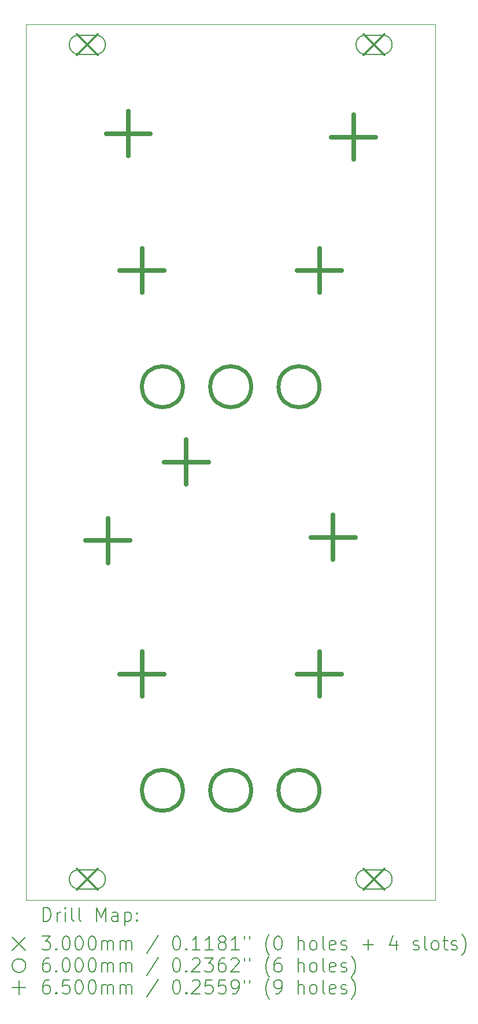
<source format=gbr>
%FSLAX45Y45*%
G04 Gerber Fmt 4.5, Leading zero omitted, Abs format (unit mm)*
G04 Created by KiCad (PCBNEW (6.0.1)) date 2022-09-13 09:45:55*
%MOMM*%
%LPD*%
G01*
G04 APERTURE LIST*
%TA.AperFunction,Profile*%
%ADD10C,0.050000*%
%TD*%
%ADD11C,0.200000*%
%ADD12C,0.300000*%
%ADD13C,0.600000*%
%ADD14C,0.650000*%
G04 APERTURE END LIST*
D10*
X23700000Y-2750000D02*
X23700000Y-15550000D01*
X17700000Y-15550000D02*
X17700000Y-15100000D01*
X17700000Y-2750000D02*
X17700000Y-15100000D01*
X23700000Y-15550000D02*
X17700000Y-15550000D01*
X17700000Y-2750000D02*
X23700000Y-2750000D01*
D11*
D12*
X18450000Y-2900000D02*
X18750000Y-3200000D01*
X18750000Y-2900000D02*
X18450000Y-3200000D01*
D11*
X18475000Y-3190000D02*
X18725000Y-3190000D01*
X18475000Y-2910000D02*
X18725000Y-2910000D01*
X18725000Y-3190000D02*
G75*
G03*
X18725000Y-2910000I0J140000D01*
G01*
X18475000Y-2910000D02*
G75*
G03*
X18475000Y-3190000I0J-140000D01*
G01*
D12*
X18450000Y-15100000D02*
X18750000Y-15400000D01*
X18750000Y-15100000D02*
X18450000Y-15400000D01*
D11*
X18475000Y-15390000D02*
X18725000Y-15390000D01*
X18475000Y-15110000D02*
X18725000Y-15110000D01*
X18725000Y-15390000D02*
G75*
G03*
X18725000Y-15110000I0J140000D01*
G01*
X18475000Y-15110000D02*
G75*
G03*
X18475000Y-15390000I0J-140000D01*
G01*
D12*
X22650000Y-2900000D02*
X22950000Y-3200000D01*
X22950000Y-2900000D02*
X22650000Y-3200000D01*
D11*
X22675000Y-3190000D02*
X22925000Y-3190000D01*
X22675000Y-2910000D02*
X22925000Y-2910000D01*
X22925000Y-3190000D02*
G75*
G03*
X22925000Y-2910000I0J140000D01*
G01*
X22675000Y-2910000D02*
G75*
G03*
X22675000Y-3190000I0J-140000D01*
G01*
D12*
X22650000Y-15100000D02*
X22950000Y-15400000D01*
X22950000Y-15100000D02*
X22650000Y-15400000D01*
D11*
X22675000Y-15390000D02*
X22925000Y-15390000D01*
X22675000Y-15110000D02*
X22925000Y-15110000D01*
X22925000Y-15390000D02*
G75*
G03*
X22925000Y-15110000I0J140000D01*
G01*
X22675000Y-15110000D02*
G75*
G03*
X22675000Y-15390000I0J-140000D01*
G01*
D13*
X20000000Y-8050000D02*
G75*
G03*
X20000000Y-8050000I-300000J0D01*
G01*
X20000000Y-13950000D02*
G75*
G03*
X20000000Y-13950000I-300000J0D01*
G01*
X21000000Y-8050000D02*
G75*
G03*
X21000000Y-8050000I-300000J0D01*
G01*
X21000000Y-13950000D02*
G75*
G03*
X21000000Y-13950000I-300000J0D01*
G01*
X22000000Y-8050000D02*
G75*
G03*
X22000000Y-8050000I-300000J0D01*
G01*
X22000000Y-13950000D02*
G75*
G03*
X22000000Y-13950000I-300000J0D01*
G01*
D14*
X18900000Y-9975000D02*
X18900000Y-10625000D01*
X18575000Y-10300000D02*
X19225000Y-10300000D01*
X19200000Y-4025000D02*
X19200000Y-4675000D01*
X18875000Y-4350000D02*
X19525000Y-4350000D01*
X19400000Y-6025000D02*
X19400000Y-6675000D01*
X19075000Y-6350000D02*
X19725000Y-6350000D01*
X19400000Y-11925000D02*
X19400000Y-12575000D01*
X19075000Y-12250000D02*
X19725000Y-12250000D01*
X20050000Y-8825000D02*
X20050000Y-9475000D01*
X19725000Y-9150000D02*
X20375000Y-9150000D01*
X22000000Y-6025000D02*
X22000000Y-6675000D01*
X21675000Y-6350000D02*
X22325000Y-6350000D01*
X22000000Y-11925000D02*
X22000000Y-12575000D01*
X21675000Y-12250000D02*
X22325000Y-12250000D01*
X22200000Y-9925000D02*
X22200000Y-10575000D01*
X21875000Y-10250000D02*
X22525000Y-10250000D01*
X22500000Y-4075000D02*
X22500000Y-4725000D01*
X22175000Y-4400000D02*
X22825000Y-4400000D01*
D11*
X17955119Y-15862976D02*
X17955119Y-15662976D01*
X18002738Y-15662976D01*
X18031309Y-15672500D01*
X18050357Y-15691548D01*
X18059881Y-15710595D01*
X18069405Y-15748690D01*
X18069405Y-15777262D01*
X18059881Y-15815357D01*
X18050357Y-15834405D01*
X18031309Y-15853452D01*
X18002738Y-15862976D01*
X17955119Y-15862976D01*
X18155119Y-15862976D02*
X18155119Y-15729643D01*
X18155119Y-15767738D02*
X18164643Y-15748690D01*
X18174167Y-15739167D01*
X18193214Y-15729643D01*
X18212262Y-15729643D01*
X18278928Y-15862976D02*
X18278928Y-15729643D01*
X18278928Y-15662976D02*
X18269405Y-15672500D01*
X18278928Y-15682024D01*
X18288452Y-15672500D01*
X18278928Y-15662976D01*
X18278928Y-15682024D01*
X18402738Y-15862976D02*
X18383690Y-15853452D01*
X18374167Y-15834405D01*
X18374167Y-15662976D01*
X18507500Y-15862976D02*
X18488452Y-15853452D01*
X18478928Y-15834405D01*
X18478928Y-15662976D01*
X18736071Y-15862976D02*
X18736071Y-15662976D01*
X18802738Y-15805833D01*
X18869405Y-15662976D01*
X18869405Y-15862976D01*
X19050357Y-15862976D02*
X19050357Y-15758214D01*
X19040833Y-15739167D01*
X19021786Y-15729643D01*
X18983690Y-15729643D01*
X18964643Y-15739167D01*
X19050357Y-15853452D02*
X19031309Y-15862976D01*
X18983690Y-15862976D01*
X18964643Y-15853452D01*
X18955119Y-15834405D01*
X18955119Y-15815357D01*
X18964643Y-15796309D01*
X18983690Y-15786786D01*
X19031309Y-15786786D01*
X19050357Y-15777262D01*
X19145595Y-15729643D02*
X19145595Y-15929643D01*
X19145595Y-15739167D02*
X19164643Y-15729643D01*
X19202738Y-15729643D01*
X19221786Y-15739167D01*
X19231309Y-15748690D01*
X19240833Y-15767738D01*
X19240833Y-15824881D01*
X19231309Y-15843928D01*
X19221786Y-15853452D01*
X19202738Y-15862976D01*
X19164643Y-15862976D01*
X19145595Y-15853452D01*
X19326548Y-15843928D02*
X19336071Y-15853452D01*
X19326548Y-15862976D01*
X19317024Y-15853452D01*
X19326548Y-15843928D01*
X19326548Y-15862976D01*
X19326548Y-15739167D02*
X19336071Y-15748690D01*
X19326548Y-15758214D01*
X19317024Y-15748690D01*
X19326548Y-15739167D01*
X19326548Y-15758214D01*
X17497500Y-16092500D02*
X17697500Y-16292500D01*
X17697500Y-16092500D02*
X17497500Y-16292500D01*
X17936071Y-16082976D02*
X18059881Y-16082976D01*
X17993214Y-16159167D01*
X18021786Y-16159167D01*
X18040833Y-16168690D01*
X18050357Y-16178214D01*
X18059881Y-16197262D01*
X18059881Y-16244881D01*
X18050357Y-16263928D01*
X18040833Y-16273452D01*
X18021786Y-16282976D01*
X17964643Y-16282976D01*
X17945595Y-16273452D01*
X17936071Y-16263928D01*
X18145595Y-16263928D02*
X18155119Y-16273452D01*
X18145595Y-16282976D01*
X18136071Y-16273452D01*
X18145595Y-16263928D01*
X18145595Y-16282976D01*
X18278928Y-16082976D02*
X18297976Y-16082976D01*
X18317024Y-16092500D01*
X18326548Y-16102024D01*
X18336071Y-16121071D01*
X18345595Y-16159167D01*
X18345595Y-16206786D01*
X18336071Y-16244881D01*
X18326548Y-16263928D01*
X18317024Y-16273452D01*
X18297976Y-16282976D01*
X18278928Y-16282976D01*
X18259881Y-16273452D01*
X18250357Y-16263928D01*
X18240833Y-16244881D01*
X18231309Y-16206786D01*
X18231309Y-16159167D01*
X18240833Y-16121071D01*
X18250357Y-16102024D01*
X18259881Y-16092500D01*
X18278928Y-16082976D01*
X18469405Y-16082976D02*
X18488452Y-16082976D01*
X18507500Y-16092500D01*
X18517024Y-16102024D01*
X18526548Y-16121071D01*
X18536071Y-16159167D01*
X18536071Y-16206786D01*
X18526548Y-16244881D01*
X18517024Y-16263928D01*
X18507500Y-16273452D01*
X18488452Y-16282976D01*
X18469405Y-16282976D01*
X18450357Y-16273452D01*
X18440833Y-16263928D01*
X18431309Y-16244881D01*
X18421786Y-16206786D01*
X18421786Y-16159167D01*
X18431309Y-16121071D01*
X18440833Y-16102024D01*
X18450357Y-16092500D01*
X18469405Y-16082976D01*
X18659881Y-16082976D02*
X18678928Y-16082976D01*
X18697976Y-16092500D01*
X18707500Y-16102024D01*
X18717024Y-16121071D01*
X18726548Y-16159167D01*
X18726548Y-16206786D01*
X18717024Y-16244881D01*
X18707500Y-16263928D01*
X18697976Y-16273452D01*
X18678928Y-16282976D01*
X18659881Y-16282976D01*
X18640833Y-16273452D01*
X18631309Y-16263928D01*
X18621786Y-16244881D01*
X18612262Y-16206786D01*
X18612262Y-16159167D01*
X18621786Y-16121071D01*
X18631309Y-16102024D01*
X18640833Y-16092500D01*
X18659881Y-16082976D01*
X18812262Y-16282976D02*
X18812262Y-16149643D01*
X18812262Y-16168690D02*
X18821786Y-16159167D01*
X18840833Y-16149643D01*
X18869405Y-16149643D01*
X18888452Y-16159167D01*
X18897976Y-16178214D01*
X18897976Y-16282976D01*
X18897976Y-16178214D02*
X18907500Y-16159167D01*
X18926548Y-16149643D01*
X18955119Y-16149643D01*
X18974167Y-16159167D01*
X18983690Y-16178214D01*
X18983690Y-16282976D01*
X19078928Y-16282976D02*
X19078928Y-16149643D01*
X19078928Y-16168690D02*
X19088452Y-16159167D01*
X19107500Y-16149643D01*
X19136071Y-16149643D01*
X19155119Y-16159167D01*
X19164643Y-16178214D01*
X19164643Y-16282976D01*
X19164643Y-16178214D02*
X19174167Y-16159167D01*
X19193214Y-16149643D01*
X19221786Y-16149643D01*
X19240833Y-16159167D01*
X19250357Y-16178214D01*
X19250357Y-16282976D01*
X19640833Y-16073452D02*
X19469405Y-16330595D01*
X19897976Y-16082976D02*
X19917024Y-16082976D01*
X19936071Y-16092500D01*
X19945595Y-16102024D01*
X19955119Y-16121071D01*
X19964643Y-16159167D01*
X19964643Y-16206786D01*
X19955119Y-16244881D01*
X19945595Y-16263928D01*
X19936071Y-16273452D01*
X19917024Y-16282976D01*
X19897976Y-16282976D01*
X19878928Y-16273452D01*
X19869405Y-16263928D01*
X19859881Y-16244881D01*
X19850357Y-16206786D01*
X19850357Y-16159167D01*
X19859881Y-16121071D01*
X19869405Y-16102024D01*
X19878928Y-16092500D01*
X19897976Y-16082976D01*
X20050357Y-16263928D02*
X20059881Y-16273452D01*
X20050357Y-16282976D01*
X20040833Y-16273452D01*
X20050357Y-16263928D01*
X20050357Y-16282976D01*
X20250357Y-16282976D02*
X20136071Y-16282976D01*
X20193214Y-16282976D02*
X20193214Y-16082976D01*
X20174167Y-16111548D01*
X20155119Y-16130595D01*
X20136071Y-16140119D01*
X20440833Y-16282976D02*
X20326548Y-16282976D01*
X20383690Y-16282976D02*
X20383690Y-16082976D01*
X20364643Y-16111548D01*
X20345595Y-16130595D01*
X20326548Y-16140119D01*
X20555119Y-16168690D02*
X20536071Y-16159167D01*
X20526548Y-16149643D01*
X20517024Y-16130595D01*
X20517024Y-16121071D01*
X20526548Y-16102024D01*
X20536071Y-16092500D01*
X20555119Y-16082976D01*
X20593214Y-16082976D01*
X20612262Y-16092500D01*
X20621786Y-16102024D01*
X20631309Y-16121071D01*
X20631309Y-16130595D01*
X20621786Y-16149643D01*
X20612262Y-16159167D01*
X20593214Y-16168690D01*
X20555119Y-16168690D01*
X20536071Y-16178214D01*
X20526548Y-16187738D01*
X20517024Y-16206786D01*
X20517024Y-16244881D01*
X20526548Y-16263928D01*
X20536071Y-16273452D01*
X20555119Y-16282976D01*
X20593214Y-16282976D01*
X20612262Y-16273452D01*
X20621786Y-16263928D01*
X20631309Y-16244881D01*
X20631309Y-16206786D01*
X20621786Y-16187738D01*
X20612262Y-16178214D01*
X20593214Y-16168690D01*
X20821786Y-16282976D02*
X20707500Y-16282976D01*
X20764643Y-16282976D02*
X20764643Y-16082976D01*
X20745595Y-16111548D01*
X20726548Y-16130595D01*
X20707500Y-16140119D01*
X20897976Y-16082976D02*
X20897976Y-16121071D01*
X20974167Y-16082976D02*
X20974167Y-16121071D01*
X21269405Y-16359167D02*
X21259881Y-16349643D01*
X21240833Y-16321071D01*
X21231309Y-16302024D01*
X21221786Y-16273452D01*
X21212262Y-16225833D01*
X21212262Y-16187738D01*
X21221786Y-16140119D01*
X21231309Y-16111548D01*
X21240833Y-16092500D01*
X21259881Y-16063928D01*
X21269405Y-16054405D01*
X21383690Y-16082976D02*
X21402738Y-16082976D01*
X21421786Y-16092500D01*
X21431309Y-16102024D01*
X21440833Y-16121071D01*
X21450357Y-16159167D01*
X21450357Y-16206786D01*
X21440833Y-16244881D01*
X21431309Y-16263928D01*
X21421786Y-16273452D01*
X21402738Y-16282976D01*
X21383690Y-16282976D01*
X21364643Y-16273452D01*
X21355119Y-16263928D01*
X21345595Y-16244881D01*
X21336071Y-16206786D01*
X21336071Y-16159167D01*
X21345595Y-16121071D01*
X21355119Y-16102024D01*
X21364643Y-16092500D01*
X21383690Y-16082976D01*
X21688452Y-16282976D02*
X21688452Y-16082976D01*
X21774167Y-16282976D02*
X21774167Y-16178214D01*
X21764643Y-16159167D01*
X21745595Y-16149643D01*
X21717024Y-16149643D01*
X21697976Y-16159167D01*
X21688452Y-16168690D01*
X21897976Y-16282976D02*
X21878928Y-16273452D01*
X21869405Y-16263928D01*
X21859881Y-16244881D01*
X21859881Y-16187738D01*
X21869405Y-16168690D01*
X21878928Y-16159167D01*
X21897976Y-16149643D01*
X21926548Y-16149643D01*
X21945595Y-16159167D01*
X21955119Y-16168690D01*
X21964643Y-16187738D01*
X21964643Y-16244881D01*
X21955119Y-16263928D01*
X21945595Y-16273452D01*
X21926548Y-16282976D01*
X21897976Y-16282976D01*
X22078928Y-16282976D02*
X22059881Y-16273452D01*
X22050357Y-16254405D01*
X22050357Y-16082976D01*
X22231309Y-16273452D02*
X22212262Y-16282976D01*
X22174167Y-16282976D01*
X22155119Y-16273452D01*
X22145595Y-16254405D01*
X22145595Y-16178214D01*
X22155119Y-16159167D01*
X22174167Y-16149643D01*
X22212262Y-16149643D01*
X22231309Y-16159167D01*
X22240833Y-16178214D01*
X22240833Y-16197262D01*
X22145595Y-16216309D01*
X22317024Y-16273452D02*
X22336071Y-16282976D01*
X22374166Y-16282976D01*
X22393214Y-16273452D01*
X22402738Y-16254405D01*
X22402738Y-16244881D01*
X22393214Y-16225833D01*
X22374166Y-16216309D01*
X22345595Y-16216309D01*
X22326548Y-16206786D01*
X22317024Y-16187738D01*
X22317024Y-16178214D01*
X22326548Y-16159167D01*
X22345595Y-16149643D01*
X22374166Y-16149643D01*
X22393214Y-16159167D01*
X22640833Y-16206786D02*
X22793214Y-16206786D01*
X22717024Y-16282976D02*
X22717024Y-16130595D01*
X23126547Y-16149643D02*
X23126547Y-16282976D01*
X23078928Y-16073452D02*
X23031309Y-16216309D01*
X23155119Y-16216309D01*
X23374166Y-16273452D02*
X23393214Y-16282976D01*
X23431309Y-16282976D01*
X23450357Y-16273452D01*
X23459881Y-16254405D01*
X23459881Y-16244881D01*
X23450357Y-16225833D01*
X23431309Y-16216309D01*
X23402738Y-16216309D01*
X23383690Y-16206786D01*
X23374166Y-16187738D01*
X23374166Y-16178214D01*
X23383690Y-16159167D01*
X23402738Y-16149643D01*
X23431309Y-16149643D01*
X23450357Y-16159167D01*
X23574166Y-16282976D02*
X23555119Y-16273452D01*
X23545595Y-16254405D01*
X23545595Y-16082976D01*
X23678928Y-16282976D02*
X23659881Y-16273452D01*
X23650357Y-16263928D01*
X23640833Y-16244881D01*
X23640833Y-16187738D01*
X23650357Y-16168690D01*
X23659881Y-16159167D01*
X23678928Y-16149643D01*
X23707500Y-16149643D01*
X23726547Y-16159167D01*
X23736071Y-16168690D01*
X23745595Y-16187738D01*
X23745595Y-16244881D01*
X23736071Y-16263928D01*
X23726547Y-16273452D01*
X23707500Y-16282976D01*
X23678928Y-16282976D01*
X23802738Y-16149643D02*
X23878928Y-16149643D01*
X23831309Y-16082976D02*
X23831309Y-16254405D01*
X23840833Y-16273452D01*
X23859881Y-16282976D01*
X23878928Y-16282976D01*
X23936071Y-16273452D02*
X23955119Y-16282976D01*
X23993214Y-16282976D01*
X24012262Y-16273452D01*
X24021786Y-16254405D01*
X24021786Y-16244881D01*
X24012262Y-16225833D01*
X23993214Y-16216309D01*
X23964643Y-16216309D01*
X23945595Y-16206786D01*
X23936071Y-16187738D01*
X23936071Y-16178214D01*
X23945595Y-16159167D01*
X23964643Y-16149643D01*
X23993214Y-16149643D01*
X24012262Y-16159167D01*
X24088452Y-16359167D02*
X24097976Y-16349643D01*
X24117024Y-16321071D01*
X24126547Y-16302024D01*
X24136071Y-16273452D01*
X24145595Y-16225833D01*
X24145595Y-16187738D01*
X24136071Y-16140119D01*
X24126547Y-16111548D01*
X24117024Y-16092500D01*
X24097976Y-16063928D01*
X24088452Y-16054405D01*
X17697500Y-16512500D02*
G75*
G03*
X17697500Y-16512500I-100000J0D01*
G01*
X18040833Y-16402976D02*
X18002738Y-16402976D01*
X17983690Y-16412500D01*
X17974167Y-16422024D01*
X17955119Y-16450595D01*
X17945595Y-16488690D01*
X17945595Y-16564881D01*
X17955119Y-16583928D01*
X17964643Y-16593452D01*
X17983690Y-16602976D01*
X18021786Y-16602976D01*
X18040833Y-16593452D01*
X18050357Y-16583928D01*
X18059881Y-16564881D01*
X18059881Y-16517262D01*
X18050357Y-16498214D01*
X18040833Y-16488690D01*
X18021786Y-16479167D01*
X17983690Y-16479167D01*
X17964643Y-16488690D01*
X17955119Y-16498214D01*
X17945595Y-16517262D01*
X18145595Y-16583928D02*
X18155119Y-16593452D01*
X18145595Y-16602976D01*
X18136071Y-16593452D01*
X18145595Y-16583928D01*
X18145595Y-16602976D01*
X18278928Y-16402976D02*
X18297976Y-16402976D01*
X18317024Y-16412500D01*
X18326548Y-16422024D01*
X18336071Y-16441071D01*
X18345595Y-16479167D01*
X18345595Y-16526786D01*
X18336071Y-16564881D01*
X18326548Y-16583928D01*
X18317024Y-16593452D01*
X18297976Y-16602976D01*
X18278928Y-16602976D01*
X18259881Y-16593452D01*
X18250357Y-16583928D01*
X18240833Y-16564881D01*
X18231309Y-16526786D01*
X18231309Y-16479167D01*
X18240833Y-16441071D01*
X18250357Y-16422024D01*
X18259881Y-16412500D01*
X18278928Y-16402976D01*
X18469405Y-16402976D02*
X18488452Y-16402976D01*
X18507500Y-16412500D01*
X18517024Y-16422024D01*
X18526548Y-16441071D01*
X18536071Y-16479167D01*
X18536071Y-16526786D01*
X18526548Y-16564881D01*
X18517024Y-16583928D01*
X18507500Y-16593452D01*
X18488452Y-16602976D01*
X18469405Y-16602976D01*
X18450357Y-16593452D01*
X18440833Y-16583928D01*
X18431309Y-16564881D01*
X18421786Y-16526786D01*
X18421786Y-16479167D01*
X18431309Y-16441071D01*
X18440833Y-16422024D01*
X18450357Y-16412500D01*
X18469405Y-16402976D01*
X18659881Y-16402976D02*
X18678928Y-16402976D01*
X18697976Y-16412500D01*
X18707500Y-16422024D01*
X18717024Y-16441071D01*
X18726548Y-16479167D01*
X18726548Y-16526786D01*
X18717024Y-16564881D01*
X18707500Y-16583928D01*
X18697976Y-16593452D01*
X18678928Y-16602976D01*
X18659881Y-16602976D01*
X18640833Y-16593452D01*
X18631309Y-16583928D01*
X18621786Y-16564881D01*
X18612262Y-16526786D01*
X18612262Y-16479167D01*
X18621786Y-16441071D01*
X18631309Y-16422024D01*
X18640833Y-16412500D01*
X18659881Y-16402976D01*
X18812262Y-16602976D02*
X18812262Y-16469643D01*
X18812262Y-16488690D02*
X18821786Y-16479167D01*
X18840833Y-16469643D01*
X18869405Y-16469643D01*
X18888452Y-16479167D01*
X18897976Y-16498214D01*
X18897976Y-16602976D01*
X18897976Y-16498214D02*
X18907500Y-16479167D01*
X18926548Y-16469643D01*
X18955119Y-16469643D01*
X18974167Y-16479167D01*
X18983690Y-16498214D01*
X18983690Y-16602976D01*
X19078928Y-16602976D02*
X19078928Y-16469643D01*
X19078928Y-16488690D02*
X19088452Y-16479167D01*
X19107500Y-16469643D01*
X19136071Y-16469643D01*
X19155119Y-16479167D01*
X19164643Y-16498214D01*
X19164643Y-16602976D01*
X19164643Y-16498214D02*
X19174167Y-16479167D01*
X19193214Y-16469643D01*
X19221786Y-16469643D01*
X19240833Y-16479167D01*
X19250357Y-16498214D01*
X19250357Y-16602976D01*
X19640833Y-16393452D02*
X19469405Y-16650595D01*
X19897976Y-16402976D02*
X19917024Y-16402976D01*
X19936071Y-16412500D01*
X19945595Y-16422024D01*
X19955119Y-16441071D01*
X19964643Y-16479167D01*
X19964643Y-16526786D01*
X19955119Y-16564881D01*
X19945595Y-16583928D01*
X19936071Y-16593452D01*
X19917024Y-16602976D01*
X19897976Y-16602976D01*
X19878928Y-16593452D01*
X19869405Y-16583928D01*
X19859881Y-16564881D01*
X19850357Y-16526786D01*
X19850357Y-16479167D01*
X19859881Y-16441071D01*
X19869405Y-16422024D01*
X19878928Y-16412500D01*
X19897976Y-16402976D01*
X20050357Y-16583928D02*
X20059881Y-16593452D01*
X20050357Y-16602976D01*
X20040833Y-16593452D01*
X20050357Y-16583928D01*
X20050357Y-16602976D01*
X20136071Y-16422024D02*
X20145595Y-16412500D01*
X20164643Y-16402976D01*
X20212262Y-16402976D01*
X20231309Y-16412500D01*
X20240833Y-16422024D01*
X20250357Y-16441071D01*
X20250357Y-16460119D01*
X20240833Y-16488690D01*
X20126548Y-16602976D01*
X20250357Y-16602976D01*
X20317024Y-16402976D02*
X20440833Y-16402976D01*
X20374167Y-16479167D01*
X20402738Y-16479167D01*
X20421786Y-16488690D01*
X20431309Y-16498214D01*
X20440833Y-16517262D01*
X20440833Y-16564881D01*
X20431309Y-16583928D01*
X20421786Y-16593452D01*
X20402738Y-16602976D01*
X20345595Y-16602976D01*
X20326548Y-16593452D01*
X20317024Y-16583928D01*
X20612262Y-16402976D02*
X20574167Y-16402976D01*
X20555119Y-16412500D01*
X20545595Y-16422024D01*
X20526548Y-16450595D01*
X20517024Y-16488690D01*
X20517024Y-16564881D01*
X20526548Y-16583928D01*
X20536071Y-16593452D01*
X20555119Y-16602976D01*
X20593214Y-16602976D01*
X20612262Y-16593452D01*
X20621786Y-16583928D01*
X20631309Y-16564881D01*
X20631309Y-16517262D01*
X20621786Y-16498214D01*
X20612262Y-16488690D01*
X20593214Y-16479167D01*
X20555119Y-16479167D01*
X20536071Y-16488690D01*
X20526548Y-16498214D01*
X20517024Y-16517262D01*
X20707500Y-16422024D02*
X20717024Y-16412500D01*
X20736071Y-16402976D01*
X20783690Y-16402976D01*
X20802738Y-16412500D01*
X20812262Y-16422024D01*
X20821786Y-16441071D01*
X20821786Y-16460119D01*
X20812262Y-16488690D01*
X20697976Y-16602976D01*
X20821786Y-16602976D01*
X20897976Y-16402976D02*
X20897976Y-16441071D01*
X20974167Y-16402976D02*
X20974167Y-16441071D01*
X21269405Y-16679167D02*
X21259881Y-16669643D01*
X21240833Y-16641071D01*
X21231309Y-16622024D01*
X21221786Y-16593452D01*
X21212262Y-16545833D01*
X21212262Y-16507738D01*
X21221786Y-16460119D01*
X21231309Y-16431548D01*
X21240833Y-16412500D01*
X21259881Y-16383928D01*
X21269405Y-16374405D01*
X21431309Y-16402976D02*
X21393214Y-16402976D01*
X21374167Y-16412500D01*
X21364643Y-16422024D01*
X21345595Y-16450595D01*
X21336071Y-16488690D01*
X21336071Y-16564881D01*
X21345595Y-16583928D01*
X21355119Y-16593452D01*
X21374167Y-16602976D01*
X21412262Y-16602976D01*
X21431309Y-16593452D01*
X21440833Y-16583928D01*
X21450357Y-16564881D01*
X21450357Y-16517262D01*
X21440833Y-16498214D01*
X21431309Y-16488690D01*
X21412262Y-16479167D01*
X21374167Y-16479167D01*
X21355119Y-16488690D01*
X21345595Y-16498214D01*
X21336071Y-16517262D01*
X21688452Y-16602976D02*
X21688452Y-16402976D01*
X21774167Y-16602976D02*
X21774167Y-16498214D01*
X21764643Y-16479167D01*
X21745595Y-16469643D01*
X21717024Y-16469643D01*
X21697976Y-16479167D01*
X21688452Y-16488690D01*
X21897976Y-16602976D02*
X21878928Y-16593452D01*
X21869405Y-16583928D01*
X21859881Y-16564881D01*
X21859881Y-16507738D01*
X21869405Y-16488690D01*
X21878928Y-16479167D01*
X21897976Y-16469643D01*
X21926548Y-16469643D01*
X21945595Y-16479167D01*
X21955119Y-16488690D01*
X21964643Y-16507738D01*
X21964643Y-16564881D01*
X21955119Y-16583928D01*
X21945595Y-16593452D01*
X21926548Y-16602976D01*
X21897976Y-16602976D01*
X22078928Y-16602976D02*
X22059881Y-16593452D01*
X22050357Y-16574405D01*
X22050357Y-16402976D01*
X22231309Y-16593452D02*
X22212262Y-16602976D01*
X22174167Y-16602976D01*
X22155119Y-16593452D01*
X22145595Y-16574405D01*
X22145595Y-16498214D01*
X22155119Y-16479167D01*
X22174167Y-16469643D01*
X22212262Y-16469643D01*
X22231309Y-16479167D01*
X22240833Y-16498214D01*
X22240833Y-16517262D01*
X22145595Y-16536309D01*
X22317024Y-16593452D02*
X22336071Y-16602976D01*
X22374166Y-16602976D01*
X22393214Y-16593452D01*
X22402738Y-16574405D01*
X22402738Y-16564881D01*
X22393214Y-16545833D01*
X22374166Y-16536309D01*
X22345595Y-16536309D01*
X22326548Y-16526786D01*
X22317024Y-16507738D01*
X22317024Y-16498214D01*
X22326548Y-16479167D01*
X22345595Y-16469643D01*
X22374166Y-16469643D01*
X22393214Y-16479167D01*
X22469405Y-16679167D02*
X22478928Y-16669643D01*
X22497976Y-16641071D01*
X22507500Y-16622024D01*
X22517024Y-16593452D01*
X22526547Y-16545833D01*
X22526547Y-16507738D01*
X22517024Y-16460119D01*
X22507500Y-16431548D01*
X22497976Y-16412500D01*
X22478928Y-16383928D01*
X22469405Y-16374405D01*
X17597500Y-16732500D02*
X17597500Y-16932500D01*
X17497500Y-16832500D02*
X17697500Y-16832500D01*
X18040833Y-16722976D02*
X18002738Y-16722976D01*
X17983690Y-16732500D01*
X17974167Y-16742024D01*
X17955119Y-16770595D01*
X17945595Y-16808690D01*
X17945595Y-16884881D01*
X17955119Y-16903929D01*
X17964643Y-16913452D01*
X17983690Y-16922976D01*
X18021786Y-16922976D01*
X18040833Y-16913452D01*
X18050357Y-16903929D01*
X18059881Y-16884881D01*
X18059881Y-16837262D01*
X18050357Y-16818214D01*
X18040833Y-16808690D01*
X18021786Y-16799167D01*
X17983690Y-16799167D01*
X17964643Y-16808690D01*
X17955119Y-16818214D01*
X17945595Y-16837262D01*
X18145595Y-16903929D02*
X18155119Y-16913452D01*
X18145595Y-16922976D01*
X18136071Y-16913452D01*
X18145595Y-16903929D01*
X18145595Y-16922976D01*
X18336071Y-16722976D02*
X18240833Y-16722976D01*
X18231309Y-16818214D01*
X18240833Y-16808690D01*
X18259881Y-16799167D01*
X18307500Y-16799167D01*
X18326548Y-16808690D01*
X18336071Y-16818214D01*
X18345595Y-16837262D01*
X18345595Y-16884881D01*
X18336071Y-16903929D01*
X18326548Y-16913452D01*
X18307500Y-16922976D01*
X18259881Y-16922976D01*
X18240833Y-16913452D01*
X18231309Y-16903929D01*
X18469405Y-16722976D02*
X18488452Y-16722976D01*
X18507500Y-16732500D01*
X18517024Y-16742024D01*
X18526548Y-16761071D01*
X18536071Y-16799167D01*
X18536071Y-16846786D01*
X18526548Y-16884881D01*
X18517024Y-16903929D01*
X18507500Y-16913452D01*
X18488452Y-16922976D01*
X18469405Y-16922976D01*
X18450357Y-16913452D01*
X18440833Y-16903929D01*
X18431309Y-16884881D01*
X18421786Y-16846786D01*
X18421786Y-16799167D01*
X18431309Y-16761071D01*
X18440833Y-16742024D01*
X18450357Y-16732500D01*
X18469405Y-16722976D01*
X18659881Y-16722976D02*
X18678928Y-16722976D01*
X18697976Y-16732500D01*
X18707500Y-16742024D01*
X18717024Y-16761071D01*
X18726548Y-16799167D01*
X18726548Y-16846786D01*
X18717024Y-16884881D01*
X18707500Y-16903929D01*
X18697976Y-16913452D01*
X18678928Y-16922976D01*
X18659881Y-16922976D01*
X18640833Y-16913452D01*
X18631309Y-16903929D01*
X18621786Y-16884881D01*
X18612262Y-16846786D01*
X18612262Y-16799167D01*
X18621786Y-16761071D01*
X18631309Y-16742024D01*
X18640833Y-16732500D01*
X18659881Y-16722976D01*
X18812262Y-16922976D02*
X18812262Y-16789643D01*
X18812262Y-16808690D02*
X18821786Y-16799167D01*
X18840833Y-16789643D01*
X18869405Y-16789643D01*
X18888452Y-16799167D01*
X18897976Y-16818214D01*
X18897976Y-16922976D01*
X18897976Y-16818214D02*
X18907500Y-16799167D01*
X18926548Y-16789643D01*
X18955119Y-16789643D01*
X18974167Y-16799167D01*
X18983690Y-16818214D01*
X18983690Y-16922976D01*
X19078928Y-16922976D02*
X19078928Y-16789643D01*
X19078928Y-16808690D02*
X19088452Y-16799167D01*
X19107500Y-16789643D01*
X19136071Y-16789643D01*
X19155119Y-16799167D01*
X19164643Y-16818214D01*
X19164643Y-16922976D01*
X19164643Y-16818214D02*
X19174167Y-16799167D01*
X19193214Y-16789643D01*
X19221786Y-16789643D01*
X19240833Y-16799167D01*
X19250357Y-16818214D01*
X19250357Y-16922976D01*
X19640833Y-16713452D02*
X19469405Y-16970595D01*
X19897976Y-16722976D02*
X19917024Y-16722976D01*
X19936071Y-16732500D01*
X19945595Y-16742024D01*
X19955119Y-16761071D01*
X19964643Y-16799167D01*
X19964643Y-16846786D01*
X19955119Y-16884881D01*
X19945595Y-16903929D01*
X19936071Y-16913452D01*
X19917024Y-16922976D01*
X19897976Y-16922976D01*
X19878928Y-16913452D01*
X19869405Y-16903929D01*
X19859881Y-16884881D01*
X19850357Y-16846786D01*
X19850357Y-16799167D01*
X19859881Y-16761071D01*
X19869405Y-16742024D01*
X19878928Y-16732500D01*
X19897976Y-16722976D01*
X20050357Y-16903929D02*
X20059881Y-16913452D01*
X20050357Y-16922976D01*
X20040833Y-16913452D01*
X20050357Y-16903929D01*
X20050357Y-16922976D01*
X20136071Y-16742024D02*
X20145595Y-16732500D01*
X20164643Y-16722976D01*
X20212262Y-16722976D01*
X20231309Y-16732500D01*
X20240833Y-16742024D01*
X20250357Y-16761071D01*
X20250357Y-16780119D01*
X20240833Y-16808690D01*
X20126548Y-16922976D01*
X20250357Y-16922976D01*
X20431309Y-16722976D02*
X20336071Y-16722976D01*
X20326548Y-16818214D01*
X20336071Y-16808690D01*
X20355119Y-16799167D01*
X20402738Y-16799167D01*
X20421786Y-16808690D01*
X20431309Y-16818214D01*
X20440833Y-16837262D01*
X20440833Y-16884881D01*
X20431309Y-16903929D01*
X20421786Y-16913452D01*
X20402738Y-16922976D01*
X20355119Y-16922976D01*
X20336071Y-16913452D01*
X20326548Y-16903929D01*
X20621786Y-16722976D02*
X20526548Y-16722976D01*
X20517024Y-16818214D01*
X20526548Y-16808690D01*
X20545595Y-16799167D01*
X20593214Y-16799167D01*
X20612262Y-16808690D01*
X20621786Y-16818214D01*
X20631309Y-16837262D01*
X20631309Y-16884881D01*
X20621786Y-16903929D01*
X20612262Y-16913452D01*
X20593214Y-16922976D01*
X20545595Y-16922976D01*
X20526548Y-16913452D01*
X20517024Y-16903929D01*
X20726548Y-16922976D02*
X20764643Y-16922976D01*
X20783690Y-16913452D01*
X20793214Y-16903929D01*
X20812262Y-16875357D01*
X20821786Y-16837262D01*
X20821786Y-16761071D01*
X20812262Y-16742024D01*
X20802738Y-16732500D01*
X20783690Y-16722976D01*
X20745595Y-16722976D01*
X20726548Y-16732500D01*
X20717024Y-16742024D01*
X20707500Y-16761071D01*
X20707500Y-16808690D01*
X20717024Y-16827738D01*
X20726548Y-16837262D01*
X20745595Y-16846786D01*
X20783690Y-16846786D01*
X20802738Y-16837262D01*
X20812262Y-16827738D01*
X20821786Y-16808690D01*
X20897976Y-16722976D02*
X20897976Y-16761071D01*
X20974167Y-16722976D02*
X20974167Y-16761071D01*
X21269405Y-16999167D02*
X21259881Y-16989643D01*
X21240833Y-16961071D01*
X21231309Y-16942024D01*
X21221786Y-16913452D01*
X21212262Y-16865833D01*
X21212262Y-16827738D01*
X21221786Y-16780119D01*
X21231309Y-16751548D01*
X21240833Y-16732500D01*
X21259881Y-16703928D01*
X21269405Y-16694405D01*
X21355119Y-16922976D02*
X21393214Y-16922976D01*
X21412262Y-16913452D01*
X21421786Y-16903929D01*
X21440833Y-16875357D01*
X21450357Y-16837262D01*
X21450357Y-16761071D01*
X21440833Y-16742024D01*
X21431309Y-16732500D01*
X21412262Y-16722976D01*
X21374167Y-16722976D01*
X21355119Y-16732500D01*
X21345595Y-16742024D01*
X21336071Y-16761071D01*
X21336071Y-16808690D01*
X21345595Y-16827738D01*
X21355119Y-16837262D01*
X21374167Y-16846786D01*
X21412262Y-16846786D01*
X21431309Y-16837262D01*
X21440833Y-16827738D01*
X21450357Y-16808690D01*
X21688452Y-16922976D02*
X21688452Y-16722976D01*
X21774167Y-16922976D02*
X21774167Y-16818214D01*
X21764643Y-16799167D01*
X21745595Y-16789643D01*
X21717024Y-16789643D01*
X21697976Y-16799167D01*
X21688452Y-16808690D01*
X21897976Y-16922976D02*
X21878928Y-16913452D01*
X21869405Y-16903929D01*
X21859881Y-16884881D01*
X21859881Y-16827738D01*
X21869405Y-16808690D01*
X21878928Y-16799167D01*
X21897976Y-16789643D01*
X21926548Y-16789643D01*
X21945595Y-16799167D01*
X21955119Y-16808690D01*
X21964643Y-16827738D01*
X21964643Y-16884881D01*
X21955119Y-16903929D01*
X21945595Y-16913452D01*
X21926548Y-16922976D01*
X21897976Y-16922976D01*
X22078928Y-16922976D02*
X22059881Y-16913452D01*
X22050357Y-16894405D01*
X22050357Y-16722976D01*
X22231309Y-16913452D02*
X22212262Y-16922976D01*
X22174167Y-16922976D01*
X22155119Y-16913452D01*
X22145595Y-16894405D01*
X22145595Y-16818214D01*
X22155119Y-16799167D01*
X22174167Y-16789643D01*
X22212262Y-16789643D01*
X22231309Y-16799167D01*
X22240833Y-16818214D01*
X22240833Y-16837262D01*
X22145595Y-16856310D01*
X22317024Y-16913452D02*
X22336071Y-16922976D01*
X22374166Y-16922976D01*
X22393214Y-16913452D01*
X22402738Y-16894405D01*
X22402738Y-16884881D01*
X22393214Y-16865833D01*
X22374166Y-16856310D01*
X22345595Y-16856310D01*
X22326548Y-16846786D01*
X22317024Y-16827738D01*
X22317024Y-16818214D01*
X22326548Y-16799167D01*
X22345595Y-16789643D01*
X22374166Y-16789643D01*
X22393214Y-16799167D01*
X22469405Y-16999167D02*
X22478928Y-16989643D01*
X22497976Y-16961071D01*
X22507500Y-16942024D01*
X22517024Y-16913452D01*
X22526547Y-16865833D01*
X22526547Y-16827738D01*
X22517024Y-16780119D01*
X22507500Y-16751548D01*
X22497976Y-16732500D01*
X22478928Y-16703928D01*
X22469405Y-16694405D01*
M02*

</source>
